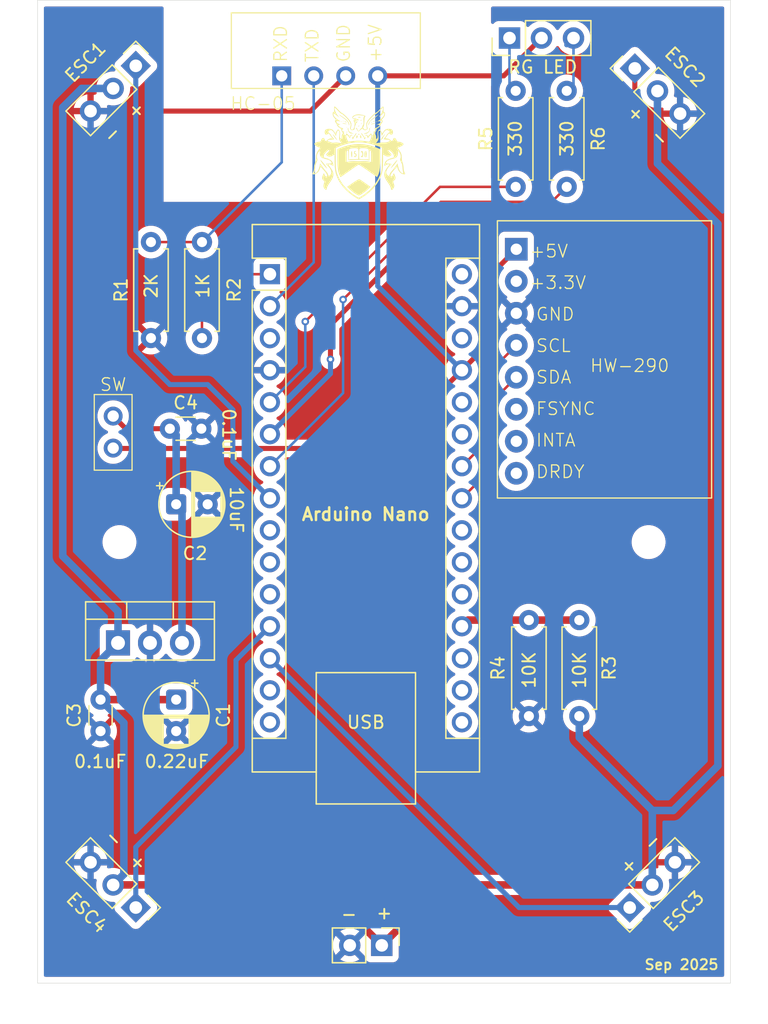
<source format=kicad_pcb>
(kicad_pcb (version 20241229) (generator "pcbnew") (generator_version "9.0")
  (layers (0 "F.Cu" signal "Front") (2 "B.Cu" signal "Back") (13 "F.Paste" user) (15 "B.Paste" user) (5 "F.SilkS" user "F.Silkscreen") (7 "B.SilkS" user "B.Silkscreen") (1 "F.Mask" user) (3 "B.Mask" user) (25 "Edge.Cuts" user))
  (net 0 "")
  (net 1 "GND")
  (net 2 "Net-(A1-D0{slash}RX)")
  (net 3 "Net-(A1-D1{slash}TX)")
  (net 4 "VCC")
  (net 5 "Net-(A1-A0)")
  (net 6 "+5V")
  (net 7 "Net-(A1-A5)")
  (net 11 "Net-(A1-D3)")
  (net 16 "Net-(A1-A4)")
  (net 20 "Net-(A1-D9)")
  (net 23 "Net-(A1-D10)")
  (net 24 "Net-(A1-D5)")
  (net 31 "Net-(SW1-A)")
  (net 32 "Net-(U8-R)")
  (net 33 "Net-(U8-G)")
  (net 34 "Net-(U6-RXD)")
  (net 35 "Net-(A1-D2)")
  (net 36 "Net-(A1-D4)")
  (footprint "Resistor_THT:R_Axial_DIN0207_L6.3mm_D2.5mm_P7.62mm_Horizontal" (layer "F.Cu") (at 133.05 83.81 90)
    (property "Reference" "R2" (at 3.81 2.55 90) (layer "F.SilkS"))
    (property "Value" "1K")
    (pad "1" thru_hole circle (at 0 0 90) (size 1.6 1.6) (drill 0.8) (layers "*.Cu" "*.Mask") (net 3 "Net-(A1-D1{slash}TX)"))
    (pad "2" thru_hole circle (at 7.62 0 90) (size 1.6 1.6) (drill 0.8) (layers "*.Cu" "*.Mask") (net 34 "Net-(U6-RXD)"))
  )
  (footprint "Capacitor_THT:C_Disc_D3.0mm_W1.6mm_P2.50mm" (layer "F.Cu") (at 125 112.5 -90)
    (property "Reference" "C3" (at 1.25 2.1 90) (layer "F.SilkS"))
    (property "Value" "0.1uF")
    (pad "1" thru_hole circle (at 0 0 270) (size 1.6 1.6) (drill 0.8) (layers "*.Cu" "*.Mask") (net 4 "VCC"))
    (pad "2" thru_hole circle (at 2.5 0 270) (size 1.6 1.6) (drill 0.8) (layers "*.Cu" "*.Mask") (net 1 "GND"))
  )
  (footprint "Resistor_THT:R_Axial_DIN0207_L6.3mm_D2.5mm_P7.62mm_Horizontal" (layer "F.Cu") (at 162 71.81 90)
    (property "Reference" "R6" (at 3.81 2.5 90) (layer "F.SilkS"))
    (property "Value" "330")
    (pad "1" thru_hole circle (at 0 0 90) (size 1.6 1.6) (drill 0.8) (layers "*.Cu" "*.Mask") (net 36 "Net-(A1-D4)"))
    (pad "2" thru_hole circle (at 7.62 0 90) (size 1.6 1.6) (drill 0.8) (layers "*.Cu" "*.Mask") (net 33 "Net-(U8-G)"))
  )
  (footprint "Package_TO_SOT_THT:TO-220-3_Vertical" (layer "F.Cu") (at 126.384887 108)
    (property "Reference" "U7" (hide yes))
    (property "Value" "L7805")
    (pad "1" thru_hole rect (at 0 0) (size 1.905 2) (drill 1.1) (layers "*.Cu" "*.Mask") (net 4 "VCC"))
    (pad "2" thru_hole oval (at 2.54 0) (size 1.905 2) (drill 1.1) (layers "*.Cu" "*.Mask") (net 1 "GND"))
    (pad "3" thru_hole oval (at 5.08 0) (size 1.905 2) (drill 1.1) (layers "*.Cu" "*.Mask") (net 31 "Net-(SW1-A)"))
  )
  (footprint "Resistor_THT:R_Axial_DIN0207_L6.3mm_D2.5mm_P7.62mm_Horizontal" (layer "F.Cu") (at 157.95 71.81 90)
    (property "Reference" "R5" (at 3.81 -2.37 90) (layer "F.SilkS"))
    (property "Value" "330")
    (pad "1" thru_hole circle (at 0 0 90) (size 1.6 1.6) (drill 0.8) (layers "*.Cu" "*.Mask") (net 35 "Net-(A1-D2)"))
    (pad "2" thru_hole circle (at 7.62 0 90) (size 1.6 1.6) (drill 0.8) (layers "*.Cu" "*.Mask") (net 32 "Net-(U8-R)"))
  )
  (footprint "Capacitor_THT:CP_Radial_D5.0mm_P2.50mm" (layer "F.Cu") (at 131 112.5 -90)
    (property "Reference" "C1" (at 1.25 -3.75 90) (layer "F.SilkS"))
    (property "Value" "0.22uF")
    (pad "1" thru_hole roundrect (at 0 0 270) (size 1.6 1.6) (drill 0.8) (layers "*.Cu" "*.Mask") (roundrect_rratio 0.15625) (net 4 "VCC"))
    (pad "2" thru_hole circle (at 2.5 0 270) (size 1.6 1.6) (drill 0.8) (layers "*.Cu" "*.Mask") (net 1 "GND"))
  )
  (footprint "LOGO" (layer "F.Cu") (at 145.5 69.1)
    (property "Reference" "G***" (hide yes))
    (property "Value" "LOGO" (hide yes))
  )
  (footprint "Connector_PinHeader_2.54mm:PinHeader_1x03_P2.54mm_Vertical" (layer "F.Cu") (at 167 129 135)
    (property "Reference" "ESC3" (at -3.252691 2.828427 45) (layer "F.SilkS"))
    (property "Value" "3-pin Header")
    (pad "1" thru_hole rect (at 0 0 135) (size 1.7 1.7) (drill 1) (layers "*.Cu" "*.Mask") (net 23 "Net-(A1-D10)"))
    (pad "2" thru_hole circle (at 0 2.54 135) (size 1.7 1.7) (drill 1) (layers "*.Cu" "*.Mask") (net 4 "VCC"))
    (pad "3" thru_hole circle (at 0 5.079999 135) (size 1.7 1.7) (drill 1) (layers "*.Cu" "*.Mask") (net 1 "GND"))
  )
  (footprint "Capacitor_THT:C_Disc_D3.0mm_W1.6mm_P2.50mm" (layer "F.Cu") (at 130.5 91)
    (property "Reference" "C4" (at 1.25 -2.05 0) (layer "F.SilkS"))
    (property "Value" "0.1uF")
    (pad "1" thru_hole circle (at 0 0) (size 1.6 1.6) (drill 0.8) (layers "*.Cu" "*.Mask") (net 31 "Net-(SW1-A)"))
    (pad "2" thru_hole circle (at 2.5 0) (size 1.6 1.6) (drill 0.8) (layers "*.Cu" "*.Mask") (net 1 "GND"))
  )
  (footprint "drone_pcb_footprints:HC-05" (layer "F.Cu") (at 141.38 68)
    (property "Reference" "HC-05" (at -3.48 -2.8 0) (layer "F.SilkS") (effects (font (thickness 0.1))))
    (property "Value" "HC-05")
    (fp_text user "TXD" (at 1 -6 90) (layer "F.SilkS") (effects (font (thickness 0.1)) (justify left bottom)))
    (fp_text user "+5V" (at 6 -6 90) (layer "F.SilkS") (effects (font (thickness 0.1)) (justify left bottom)))
    (fp_text user "GND" (at 3.5 -6 90) (layer "F.SilkS") (effects (font (thickness 0.1)) (justify left bottom)))
    (fp_text user "RXD" (at -1.5 -6 90) (layer "F.SilkS") (effects (font (thickness 0.1)) (justify left bottom)))
    (pad "1" thru_hole rect (at -2 -5) (size 1.5 1.5) (drill 0.9) (layers "*.Cu" "*.Mask") (net 34 "Net-(U6-RXD)"))
    (pad "2" thru_hole circle (at 0.54 -5) (size 1.5 1.5) (drill 0.9) (layers "*.Cu" "*.Mask") (net 2 "Net-(A1-D0{slash}RX)"))
    (pad "3" thru_hole circle (at 3.08 -5) (size 1.5 1.5) (drill 0.9) (layers "*.Cu" "*.Mask") (net 1 "GND"))
    (pad "4" thru_hole circle (at 5.62 -5) (size 1.5 1.5) (drill 0.9) (layers "*.Cu" "*.Mask") (net 6 "+5V"))
  )
  (footprint "Module:Arduino_Nano" (layer "F.Cu") (at 138.44 78.74)
    (property "Reference" "Arduino Nano" (at 7.61 19.05 0) (layer "F.SilkS") (effects (font (thickness 0.2) (bold yes))))
    (property "Value" "Arduino_Nano_v3.x")
    (fp_text user "USB" (at 7.62 35.56 0) (layer "F.SilkS"))
    (pad "1" thru_hole rect (at 0 0) (size 1.6 1.6) (drill 1) (layers "*.Cu" "*.Mask") (net 3 "Net-(A1-D1{slash}TX)"))
    (pad "2" thru_hole oval (at 0 2.54) (size 1.6 1.6) (drill 1) (layers "*.Cu" "*.Mask") (net 2 "Net-(A1-D0{slash}RX)"))
    (pad "3" thru_hole oval (at 0 5.08) (size 1.6 1.6) (drill 1) (layers "*.Cu" "*.Mask"))
    (pad "4" thru_hole oval (at 0 7.62) (size 1.6 1.6) (drill 1) (layers "*.Cu" "*.Mask") (net 1 "GND"))
    (pad "5" thru_hole oval (at 0 10.16) (size 1.6 1.6) (drill 1) (layers "*.Cu" "*.Mask") (net 35 "Net-(A1-D2)"))
    (pad "6" thru_hole oval (at 0 12.7) (size 1.6 1.6) (drill 1) (layers "*.Cu" "*.Mask") (net 11 "Net-(A1-D3)"))
    (pad "7" thru_hole oval (at 0 15.24) (size 1.6 1.6) (drill 1) (layers "*.Cu" "*.Mask") (net 36 "Net-(A1-D4)"))
    (pad "8" thru_hole oval (at 0 17.78) (size 1.6 1.6) (drill 1) (layers "*.Cu" "*.Mask") (net 24 "Net-(A1-D5)"))
    (pad "9" thru_hole oval (at 0 20.32) (size 1.6 1.6) (drill 1) (layers "*.Cu" "*.Mask"))
    (pad "10" thru_hole oval (at 0 22.86) (size 1.6 1.6) (drill 1) (layers "*.Cu" "*.Mask"))
    (pad "11" thru_hole oval (at 0 25.4) (size 1.6 1.6) (drill 1) (layers "*.Cu" "*.Mask"))
    (pad "12" thru_hole oval (at 0 27.94) (size 1.6 1.6) (drill 1) (layers "*.Cu" "*.Mask") (net 20 "Net-(A1-D9)"))
    (pad "13" thru_hole oval (at 0 30.48) (size 1.6 1.6) (drill 1) (layers "*.Cu" "*.Mask") (net 23 "Net-(A1-D10)"))
    (pad "14" thru_hole oval (at 0 33.02) (size 1.6 1.6) (drill 1) (layers "*.Cu" "*.Mask"))
    (pad "15" thru_hole oval (at 0 35.56) (size 1.6 1.6) (drill 1) (layers "*.Cu" "*.Mask"))
    (pad "16" thru_hole oval (at 15.24 35.56) (size 1.6 1.6) (drill 1) (layers "*.Cu" "*.Mask"))
    (pad "17" thru_hole oval (at 15.24 33.02) (size 1.6 1.6) (drill 1) (layers "*.Cu" "*.Mask"))
    (pad "18" thru_hole oval (at 15.24 30.48) (size 1.6 1.6) (drill 1) (layers "*.Cu" "*.Mask"))
    (pad "19" thru_hole oval (at 15.24 27.94) (size 1.6 1.6) (drill 1) (layers "*.Cu" "*.Mask") (net 5 "Net-(A1-A0)"))
    (pad "20" thru_hole oval (at 15.24 25.4) (size 1.6 1.6) (drill 1) (layers "*.Cu" "*.Mask"))
    (pad "21" thru_hole oval (at 15.24 22.86) (size 1.6 1.6) (drill 1) (layers "*.Cu" "*.Mask"))
    (pad "22" thru_hole oval (at 15.24 20.32) (size 1.6 1.6) (drill 1) (layers "*.Cu" "*.Mask"))
    (pad "23" thru_hole oval (at 15.24 17.78) (size 1.6 1.6) (drill 1) (layers "*.Cu" "*.Mask") (net 16 "Net-(A1-A4)"))
    (pad "24" thru_hole oval (at 15.24 15.24) (size 1.6 1.6) (drill 1) (layers "*.Cu" "*.Mask") (net 7 "Net-(A1-A5)"))
    (pad "25" thru_hole oval (at 15.24 12.7) (size 1.6 1.6) (drill 1) (layers "*.Cu" "*.Mask"))
    (pad "26" thru_hole oval (at 15.24 10.16) (size 1.6 1.6) (drill 1) (layers "*.Cu" "*.Mask"))
    (pad "27" thru_hole oval (at 15.24 7.62) (size 1.6 1.6) (drill 1) (layers "*.Cu" "*.Mask") (net 6 "+5V"))
    (pad "28" thru_hole oval (at 15.24 5.08) (size 1.6 1.6) (drill 1) (layers "*.Cu" "*.Mask"))
    (pad "29" thru_hole oval (at 15.24 2.54) (size 1.6 1.6) (drill 1) (layers "*.Cu" "*.Mask") (net 1 "GND"))
    (pad "30" thru_hole oval (at 15.24 0) (size 1.6 1.6) (drill 1) (layers "*.Cu" "*.Mask"))
  )
  (footprint "Connector_PinHeader_2.54mm:PinHeader_1x03_P2.54mm_Vertical" (layer "F.Cu") (at 167.407898 62.407898 45)
    (property "Reference" "ESC2" (at 2.899138 2.746547 135) (layer "F.SilkS"))
    (property "Value" "3-pin Header" (hide yes))
    (pad "1" thru_hole rect (at 0 0 45) (size 1.7 1.7) (drill 1) (layers "*.Cu" "*.Mask") (net 11 "Net-(A1-D3)"))
    (pad "2" thru_hole circle (at 0 2.54 45) (size 1.7 1.7) (drill 1) (layers "*.Cu" "*.Mask") (net 4 "VCC"))
    (pad "3" thru_hole circle (at 0 5.079999 45) (size 1.7 1.7) (drill 1) (layers "*.Cu" "*.Mask") (net 1 "GND"))
  )
  (footprint "MountingHole:MountingHole_2.2mm_M2" (layer "F.Cu") (at 168.5 100)
    (property "Reference" "REF**" (hide yes))
    (property "Value" "MountingHole_2.2mm_M2")
    (pad "" np_thru_hole circle (at 0 0) (size 2.2 2.2) (drill 2.2) (layers "*.Cu" "*.Mask"))
  )
  (footprint "drone_pcb_footprints:HW-290" (layer "F.Cu") (at 167 84 -90)
    (property "Reference" "HW-290" (at 2 0 0) (layer "F.SilkS") (effects (font (thickness 0.1))))
    (property "Value" "HW-290")
    (fp_text user "INTA" (at 8.5 7.5 0) (layer "F.SilkS") (effects (font (thickness 0.1)) (justify left bottom)))
    (fp_text user "SDA" (at 3.5 7.5 0) (layer "F.SilkS") (effects (font (thickness 0.1)) (justify left bottom)))
    (fp_text user "+3.3V" (at -4 8 0) (layer "F.SilkS") (effects (font (thickness 0.1)) (justify left bottom)))
    (fp_text user "DRDY" (at 11 7.5 0) (layer "F.SilkS") (effects (font (thickness 0.1)) (justify left bottom)))
    (fp_text user "FSYNC" (at 6 7.5 0) (layer "F.SilkS") (effects (font (thickness 0.1)) (justify left bottom)))
    (fp_text user "SCL" (at 1 7.5 0) (layer "F.SilkS") (effects (font (thickness 0.1)) (justify left bottom)))
    (fp_text user "GND" (at -1.5 7.5 0) (layer "F.SilkS") (effects (font (thickness 0.1)) (justify left bottom)))
    (fp_text user "+5V" (at -6.5 8 0) (layer "F.SilkS") (effects (font (thickness 0.1)) (justify left bottom)))
    (pad "1" thru_hole rect (at -7.24 9 270) (size 1.8 1.8) (drill 0.9) (layers "*.Cu" "*.Mask") (net 6 "+5V"))
    (pad "2" thru_hole circle (at -4.7 9 270) (size 1.8 1.8) (drill 0.9) (layers "*.Cu" "*.Mask"))
    (pad "3" thru_hole circle (at -2.16 9 270) (size 1.8 1.8) (drill 0.9) (layers "*.Cu" "*.Mask") (net 1 "GND"))
    (pad "4" thru_hole circle (at 0.38 9 270) (size 1.8 1.8) (drill 0.9) (layers "*.Cu" "*.Mask") (net 7 "Net-(A1-A5)"))
    (pad "5" thru_hole circle (at 2.92 9 270) (size 1.8 1.8) (drill 0.9) (layers "*.Cu" "*.Mask") (net 16 "Net-(A1-A4)"))
    (pad "6" thru_hole circle (at 5.46 9 270) (size 1.8 1.8) (drill 0.9) (layers "*.Cu" "*.Mask"))
    (pad "7" thru_hole circle (at 8 9 270) (size 1.8 1.8) (drill 0.9) (layers "*.Cu" "*.Mask"))
    (pad "8" thru_hole circle (at 10.54 9 270) (size 1.8 1.8) (drill 0.9) (layers "*.Cu" "*.Mask"))
  )
  (footprint "drone_pcb_footprints:SW_reg5v" (layer "F.Cu") (at 126 91.25 -90)
    (property "Reference" "SW" (at -3.75 0 0) (layer "F.SilkS") (effects (font (thickness 0.1))))
    (property "Value" "SW_SPST")
    (pad "1" thru_hole circle (at -1.25 0 270) (size 1.5 1.5) (drill 0.9) (layers "*.Cu" "*.Mask") (net 31 "Net-(SW1-A)"))
    (pad "2" thru_hole circle (at 1.29 0 270) (size 1.5 1.5) (drill 0.9) (layers "*.Cu" "*.Mask") (net 6 "+5V"))
  )
  (footprint "Resistor_THT:R_Axial_DIN0207_L6.3mm_D2.5mm_P7.62mm_Horizontal" (layer "F.Cu") (at 159 106.19 -90)
    (property "Reference" "R4" (at 3.81 2.45 90) (layer "F.SilkS"))
    (property "Value" "10K")
    (pad "1" thru_hole circle (at 0 0 270) (size 1.6 1.6) (drill 0.8) (layers "*.Cu" "*.Mask") (net 5 "Net-(A1-A0)"))
    (pad "2" thru_hole circle (at 7.62 0 270) (size 1.6 1.6) (drill 0.8) (layers "*.Cu" "*.Mask") (net 1 "GND"))
  )
  (footprint "Resistor_THT:R_Axial_DIN0207_L6.3mm_D2.5mm_P7.62mm_Horizontal" (layer "F.Cu") (at 129 83.81 90)
    (property "Reference" "R1" (at 3.81 -2.37 90) (layer "F.SilkS"))
    (property "Value" "2K")
    (pad "1" thru_hole circle (at 0 0 90) (size 1.6 1.6) (drill 0.8) (layers "*.Cu" "*.Mask") (net 1 "GND"))
    (pad "2" thru_hole circle (at 7.62 0 90) (size 1.6 1.6) (drill 0.8) (layers "*.Cu" "*.Mask") (net 34 "Net-(U6-RXD)"))
  )
  (footprint "MountingHole:MountingHole_2.2mm_M2" (layer "F.Cu") (at 126.5 100)
    (property "Reference" "REF**" (hide yes))
    (property "Value" "MountingHole_2.2mm_M2")
    (pad "" np_thru_hole circle (at 0 0) (size 2.2 2.2) (drill 2.2) (layers "*.Cu" "*.Mask"))
  )
  (footprint "Connector_PinHeader_2.54mm:PinHeader_1x02_P2.54mm_Vertical" (layer "F.Cu") (at 147.32 132 -90)
    (property "Reference" "J1" (hide yes))
    (property "Value" "Conn_01x02_Pin")
    (pad "1" thru_hole rect (at 0 0 270) (size 1.7 1.7) (drill 1) (layers "*.Cu" "*.Mask") (net 4 "VCC"))
    (pad "2" thru_hole circle (at 0 2.54 270) (size 1.7 1.7) (drill 1) (layers "*.Cu" "*.Mask") (net 1 "GND"))
  )
  (footprint "Resistor_THT:R_Axial_DIN0207_L6.3mm_D2.5mm_P7.62mm_Horizontal" (layer "F.Cu") (at 163 106.19 -90)
    (property "Reference" "R3" (at 3.81 -2.37 90) (layer "F.SilkS"))
    (property "Value" "10K")
    (pad "1" thru_hole circle (at 0 0 270) (size 1.6 1.6) (drill 0.8) (layers "*.Cu" "*.Mask") (net 5 "Net-(A1-A0)"))
    (pad "2" thru_hole circle (at 7.62 0 270) (size 1.6 1.6) (drill 0.8) (layers "*.Cu" "*.Mask") (net 4 "VCC"))
  )
  (footprint "Connector_PinHeader_2.54mm:PinHeader_1x03_P2.54mm_Vertical" (layer "F.Cu") (at 127.796051 129 -135)
    (property "Reference" "ESC4" (at 3.037767 2.472081 315) (layer "F.SilkS"))
    (property "Value" "3-pin Header")
    (pad "1" thru_hole rect (at 0 0 225) (size 1.7 1.7) (drill 1) (layers "*.Cu" "*.Mask") (net 20 "Net-(A1-D9)"))
    (pad "2" thru_hole circle (at 0 2.54 225) (size 1.7 1.7) (drill 1) (layers "*.Cu" "*.Mask") (net 4 "VCC"))
    (pad "3" thru_hole circle (at 0 5.079999 225) (size 1.7 1.7) (drill 1) (layers "*.Cu" "*.Mask") (net 1 "GND"))
  )
  (footprint "Capacitor_THT:CP_Radial_D5.0mm_P2.50mm" (layer "F.Cu") (at 131 97)
    (property "Reference" "C2" (at 1.5 3.9 0) (layer "F.SilkS"))
    (property "Value" "10uF" (hide yes))
    (pad "1" thru_hole roundrect (at 0 0) (size 1.6 1.6) (drill 0.8) (layers "*.Cu" "*.Mask") (roundrect_rratio 0.15625) (net 31 "Net-(SW1-A)"))
    (pad "2" thru_hole circle (at 2.5 0) (size 1.6 1.6) (drill 0.8) (layers "*.Cu" "*.Mask") (net 1 "GND"))
  )
  (footprint "Connector_PinHeader_2.54mm:PinHeader_1x03_P2.54mm_Vertical" (layer "F.Cu") (at 127.796051 62.203949 -45)
    (property "Reference" "ESC1" (at -3.040559 2.61071 45) (layer "F.SilkS"))
    (property "Value" "3-pin Header" (hide yes))
    (pad "1" thru_hole rect (at 0 0 315) (size 1.7 1.7) (drill 1) (layers "*.Cu" "*.Mask") (net 24 "Net-(A1-D5)"))
    (pad "2" thru_hole circle (at 0 2.54 315) (size 1.7 1.7) (drill 1) (layers "*.Cu" "*.Mask") (net 4 "VCC"))
    (pad "3" thru_hole circle (at 0 5.079999 315) (size 1.7 1.7) (drill 1) (layers "*.Cu" "*.Mask") (net 1 "GND"))
  )
  (footprint "Connector_PinHeader_2.54mm:PinHeader_1x03_P2.54mm_Vertical" (layer "F.Cu") (at 157.46 60 90)
    (property "Reference" "RG LED" (at -2.3 2.64 0) (layer "F.SilkS"))
    (property "Value" "RG LED")
    (pad "1" thru_hole rect (at 0 0 90) (size 1.7 1.7) (drill 1) (layers "*.Cu" "*.Mask") (net 32 "Net-(U8-R)"))
    (pad "2" thru_hole circle (at 0 2.54 90) (size 1.7 1.7) (drill 1) (layers "*.Cu" "*.Mask") (net 6 "+5V"))
    (pad "3" thru_hole circle (at 0 5.08 90) (size 1.7 1.7) (drill 1) (layers "*.Cu" "*.Mask") (net 33 "Net-(U8-G)"))
  )
  (gr_rect (start 120 57) (end 175 135) (stroke (width 0.0381)) (fill no) (layer "Edge.Cuts"))
  (gr_text "-" (at 168.7 124.7 45) (layer "F.SilkS") (effects (font (size 1 1) (thickness 0.1524) (bold yes)) (justify left bottom)))
  (gr_text "330" (at 162.6 69.5 90) (layer "F.SilkS") (effects (font (size 1 1) (thickness 0.1524) (bold yes)) (justify left bottom)))
  (gr_text "10K" (at 163.6 111.7 90) (layer "F.SilkS") (effects (font (size 1 1) (thickness 0.1524) (bold yes)) (justify left bottom)))
  (gr_text "10K" (at 159.6 111.7 90) (layer "F.SilkS") (effects (font (size 1 1) (thickness 0.1524) (bold yes)) (justify left bottom)))
  (gr_text "+" (at 128 64.9 225) (layer "F.SilkS") (effects (font (size 1 1) (thickness 0.1524) (bold yes)) (justify left bottom)))
  (gr_text "+" (at 128.8 125.6 135) (layer "F.SilkS") (effects (font (size 1 1) (thickness 0.1524) (bold yes)) (justify left bottom)))
  (gr_text "+" (at 166.6 65.9 315) (layer "F.SilkS") (effects (font (size 1 1) (thickness 0.1524) (bold yes)) (justify left bottom)))
  (gr_text "1K" (at 133.7 80.738094 90) (layer "F.SilkS") (effects (font (size 1 1) (thickness 0.1524) (bold yes)) (justify left bottom)))
  (gr_text "-" (at 126.1 66.8 225) (layer "F.SilkS") (effects (font (size 1 1) (thickness 0.1524) (bold yes)) (justify left bottom)))
  (gr_text "+" (at 146.8 130 0) (layer "F.SilkS") (effects (font (size 1 1) (thickness 0.1524) (bold yes)) (justify left bottom)))
  (gr_text "10uF" (at 135.2 95.5 270) (layer "F.SilkS") (effects (font (size 1 1) (thickness 0.1524) (bold yes)) (justify left bottom)))
  (gr_text "330" (at 158.5 69.5 90) (layer "F.SilkS") (effects (font (size 1 1) (thickness 0.1524) (bold yes)) (justify left bottom)))
  (gr_text "0.1uF" (at 134.6 89.3 270) (layer "F.SilkS") (effects (font (size 1 1) (thickness 0.1524) (bold yes)) (justify left bottom)))
  (gr_text "-" (at 144 130.1 0) (layer "F.SilkS") (effects (font (size 1 1) (thickness 0.1524) (bold yes)) (justify left bottom)))
  (gr_text "-" (at 126.9 123.7 135) (layer "F.SilkS") (effects (font (size 1 1) (thickness 0.1524) (bold yes)) (justify left bottom)))
  (gr_text "-" (at 168.5 67.8 315) (layer "F.SilkS") (effects (font (size 1 1) (thickness 0.1524) (bold yes)) (justify left bottom)))
  (gr_text "0.22uF" (at 128.4 118 0) (layer "F.SilkS") (effects (font (size 1 1) (thickness 0.1524) (bold yes)) (justify left bottom)))
  (gr_text "0.1uF" (at 122.8 118 0) (layer "F.SilkS") (effects (font (size 1 1) (thickness 0.1524) (bold yes)) (justify left bottom)))
  (gr_text "Sep 2025" (at 168.1 134 0) (layer "F.SilkS") (effects (font (size 0.8 0.8) (thickness 0.1524) (bold yes)) (justify left bottom)))
  (gr_text "2K" (at 129.6 80.738094 90) (layer "F.SilkS") (effects (font (size 1 1) (thickness 0.1524) (bold yes)) (justify left bottom)))
  (gr_text "+" (at 166.8 126.6 45) (layer "F.SilkS") (effects (font (size 1 1) (thickness 0.1524) (bold yes)) (justify left bottom)))
  (segment (start 141.663949 65.796051) (end 144.46 63) (width 0.4) (layer "F.Cu") (net 1))
  (segment (start 124.203949 65.796051) (end 141.663949 65.796051) (width 0.4) (layer "F.Cu") (net 1))
  (segment (start 141.92 63) (end 141.92 77.8) (width 0.2) (layer "B.Cu") (net 2))
  (segment (start 141.92 77.8) (end 138.44 81.28) (width 0.2) (layer "B.Cu") (net 2))
  (segment (start 133.05 81.45) (end 135.76 78.74) (width 0.2) (layer "F.Cu") (net 3))
  (segment (start 135.76 78.74) (end 138.44 78.74) (width 0.2) (layer "F.Cu") (net 3))
  (segment (start 133.05 83.81) (end 133.05 81.45) (width 0.2) (layer "F.Cu") (net 3))
  (segment (start 152.116051 127.203949) (end 168.796051 127.203949) (width 0.6) (layer "F.Cu") (net 4))
  (segment (start 142.523949 127.203949) (end 126 127.203949) (width 0.6) (layer "F.Cu") (net 4))
  (segment (start 125 112.5) (end 131 112.5) (width 0.6) (layer "F.Cu") (net 4))
  (segment (start 147.32 132) (end 152.116051 127.203949) (width 0.6) (layer "F.Cu") (net 4))
  (segment (start 147.32 132) (end 142.523949 127.203949) (width 0.6) (layer "F.Cu") (net 4))
  (segment (start 168.796051 127.203949) (end 168.796051 121.296051) (width 0.6) (layer "B.Cu") (net 4))
  (segment (start 125 109.384887) (end 126.384887 108) (width 0.6) (layer "B.Cu") (net 4))
  (segment (start 168.796051 121.296051) (end 170.453949 121.296051) (width 0.6) (layer "B.Cu") (net 4))
  (segment (start 168.796051 121.296051) (end 163 115.5) (width 0.6) (layer "B.Cu") (net 4))
  (segment (start 126 127.203949) (end 126.85 126.353949) (width 0.6) (layer "B.Cu") (net 4))
  (segment (start 122 101.115113) (end 122 65.5) (width 0.6) (layer "B.Cu") (net 4))
  (segment (start 163 115.5) (end 163 113.81) (width 0.6) (layer "B.Cu") (net 4))
  (segment (start 169.203949 69.953949) (end 169.203949 64.203949) (width 0.6) (layer "B.Cu") (net 4))
  (segment (start 126.384887 105.5) (end 122 101.115113) (width 0.6) (layer "B.Cu") (net 4))
  (segment (start 174 74.75) (end 169.203949 69.953949) (width 0.6) (layer "B.Cu") (net 4))
  (segment (start 174 117.75) (end 174 74.75) (width 0.6) (layer "B.Cu") (net 4))
  (segment (start 126.85 126.353949) (end 126.85 114.35) (width 0.6) (layer "B.Cu") (net 4))
  (segment (start 170.453949 121.296051) (end 174 117.75) (width 0.6) (layer "B.Cu") (net 4))
  (segment (start 123.5 64) (end 126 64) (width 0.6) (layer "B.Cu") (net 4))
  (segment (start 126.85 114.35) (end 125 112.5) (width 0.6) (layer "B.Cu") (net 4))
  (segment (start 126.384887 108) (end 126.384887 105.5) (width 0.6) (layer "B.Cu") (net 4))
  (segment (start 122 65.5) (end 123.5 64) (width 0.6) (layer "B.Cu") (net 4))
  (segment (start 125 112.5) (end 125 109.384887) (width 0.6) (layer "B.Cu") (net 4))
  (segment (start 163 106.19) (end 158.95 106.19) (width 0.6) (layer "F.Cu") (net 5))
  (segment (start 154.17 106.19) (end 153.68 106.68) (width 0.6) (layer "F.Cu") (net 5))
  (segment (start 158.95 106.19) (end 154.17 106.19) (width 0.6) (layer "F.Cu") (net 5))
  (segment (start 157 63) (end 160 60) (width 0.4) (layer "F.Cu") (net 6))
  (segment (start 147.472 92.568) (end 153.68 86.36) (width 0.4) (layer "F.Cu") (net 6))
  (segment (start 147 63) (end 157 63) (width 0.4) (layer "F.Cu") (net 6))
  (segment (start 126 92.54) (end 126.028 92.568) (width 0.4) (layer "F.Cu") (net 6))
  (segment (start 126.028 92.568) (end 147.472 92.568) (width 0.4) (layer "F.Cu") (net 6))
  (segment (start 156 84.04) (end 156 78.76) (width 0.4) (layer "F.Cu") (net 6))
  (segment (start 156 78.76) (end 158 76.76) (width 0.4) (layer "F.Cu") (net 6))
  (segment (start 153.68 86.36) (end 156 84.04) (width 0.4) (layer "F.Cu") (net 6))
  (segment (start 147 79.68) (end 147 63) (width 0.4) (layer "B.Cu") (net 6))
  (segment (start 153.68 86.36) (end 147 79.68) (width 0.4) (layer "B.Cu") (net 6))
  (segment (start 155.5 86.88) (end 158 84.38) (width 0.2) (layer "F.Cu") (net 7))
  (segment (start 155.5 92.16) (end 155.5 86.88) (width 0.2) (layer "F.Cu") (net 7))
  (segment (start 153.68 93.98) (end 155.5 92.16) (width 0.2) (layer "F.Cu") (net 7))
  (segment (start 164.5 74) (end 167.407898 71.092102) (width 0.4) (layer "F.Cu") (net 11))
  (segment (start 143.25 82.75) (end 152 74) (width 0.4) (layer "F.Cu") (net 11))
  (segment (start 167.407898 71.092102) (end 167.407898 62.407898) (width 0.4) (layer "F.Cu") (net 11))
  (segment (start 152 74) (end 164.5 74) (width 0.4) (layer "F.Cu") (net 11))
  (segment (start 143.25 85.5) (end 143.25 82.75) (width 0.4) (layer "F.Cu") (net 11))
  (via (at 143.25 85.5) (size 0.6) (drill 0.3) (layers "F.Cu" "B.Cu") (net 11))
  (segment (start 143.25 86.63) (end 138.44 91.44) (width 0.4) (layer "B.Cu") (net 11))
  (segment (start 143.25 85.5) (end 143.25 86.63) (width 0.4) (layer "B.Cu") (net 11))
  (segment (start 153.68 96.52) (end 156 94.2) (width 0.2) (layer "F.Cu") (net 16))
  (segment (start 156 94.2) (end 156 88.92) (width 0.2) (layer "F.Cu") (net 16))
  (segment (start 156 88.92) (end 158 86.92) (width 0.2) (layer "F.Cu") (net 16))
  (segment (start 127.796051 129) (end 127.796051 124.203949) (width 0.4) (layer "B.Cu") (net 20))
  (segment (start 135.75 116.25) (end 135.75 109.37) (width 0.4) (layer "B.Cu") (net 20))
  (segment (start 127.796051 124.203949) (end 135.75 116.25) (width 0.4) (layer "B.Cu") (net 20))
  (segment (start 135.75 109.37) (end 138.44 106.68) (width 0.4) (layer "B.Cu") (net 20))
  (segment (start 158.22 129) (end 138.44 109.22) (width 0.4) (layer "B.Cu") (net 23))
  (segment (start 167 129) (end 158.22 129) (width 0.4) (layer "B.Cu") (net 23))
  (segment (start 138.44 96.44) (end 138.44 96.52) (width 0.4) (layer "F.Cu") (net 24))
  (segment (start 135.5 89.5) (end 135.5 93.58) (width 0.4) (layer "B.Cu") (net 24))
  (segment (start 135.5 93.58) (end 138.44 96.52) (width 0.4) (layer "B.Cu") (net 24))
  (segment (start 133.5 87.5) (end 135.5 89.5) (width 0.4) (layer "B.Cu") (net 24))
  (segment (start 127.796051 62.203949) (end 127.796051 84.796051) (width 0.4) (layer "B.Cu") (net 24))
  (segment (start 130.5 87.5) (end 133.5 87.5) (width 0.4) (layer "B.Cu") (net 24))
  (segment (start 127.796051 84.796051) (end 130.5 87.5) (width 0.4) (layer "B.Cu") (net 24))
  (segment (start 130.5 91) (end 127 91) (width 0.4) (layer "F.Cu") (net 31))
  (segment (start 127 91) (end 126 90) (width 0.4) (layer "F.Cu") (net 31))
  (segment (start 131 91.5) (end 130.5 91) (width 0.6) (layer "B.Cu") (net 31))
  (segment (start 131 97) (end 131 91.5) (width 0.6) (layer "B.Cu") (net 31))
  (segment (start 131.464887 108) (end 131.464887 97.464887) (width 0.6) (layer "B.Cu") (net 31))
  (segment (start 131.464887 97.464887) (end 131 97) (width 0.6) (layer "B.Cu") (net 31))
  (segment (start 157.46 60) (end 157.46 63.7) (width 0.2) (layer "B.Cu") (net 32))
  (segment (start 157.95 60.49) (end 157.46 60) (width 0.4) (layer "B.Cu") (net 32))
  (segment (start 157.46 63.7) (end 157.95 64.19) (width 0.2) (layer "B.Cu") (net 32))
  (segment (start 162 60.54) (end 162.54 60) (width 0.4) (layer "B.Cu") (net 33))
  (segment (start 162.54 60) (end 162.54 63.65) (width 0.2) (layer "B.Cu") (net 33))
  (segment (start 162.54 63.65) (end 162 64.19) (width 0.2) (layer "B.Cu") (net 33))
  (segment (start 133.05 76.19) (end 129 76.19) (width 0.2) (layer "F.Cu") (net 34))
  (segment (start 139.38 69.86) (end 133.05 76.19) (width 0.2) (layer "B.Cu") (net 34))
  (segment (start 139.38 63) (end 139.38 69.86) (width 0.2) (layer "B.Cu") (net 34))
  (segment (start 151.94 71.81) (end 141.25 82.5) (width 0.2) (layer "F.Cu") (net 35))
  (segment (start 157.95 71.81) (end 151.94 71.81) (width 0.2) (layer "F.Cu") (net 35))
  (via (at 141.25 82.5) (size 0.6) (drill 0.3) (layers "F.Cu" "B.Cu") (net 35))
  (segment (start 141.25 86.09) (end 138.44 88.9) (width 0.2) (layer "B.Cu") (net 35))
  (segment (start 141.25 82.5) (end 141.25 86.09) (width 0.2) (layer "B.Cu") (net 35))
  (segment (start 160.81 73) (end 152 73) (width 0.2) (layer "F.Cu") (net 36))
  (segment (start 152 73) (end 144.25 80.75) (width 0.2) (layer "F.Cu") (net 36))
  (segment (start 162 71.81) (end 160.81 73) (width 0.2) (layer "F.Cu") (net 36))
  (via (at 144.25 80.75) (size 0.6) (drill 0.3) (layers "F.Cu" "B.Cu") (net 36))
  (segment (start 144.25 88.17) (end 138.44 93.98) (width 0.2) (layer "B.Cu") (net 36))
  (segment (start 144.25 80.75) (end 144.25 88.17) (width 0.2) (layer "B.Cu") (net 36))
  (zone (net 1) (net_name "GND") (layers "F.Cu" "B.Cu") (connect_pads (clearance 0.5)) (min_thickness 0.25) (fill yes (thermal_gap 0.5) (thermal_bridge_width 0.5))
    (polygon (pts (xy 120 57) (xy 120 135) (xy 175 135) (xy 175 57)))
  )
  (zone (net 0) (net_name "") (layers "F.Cu" "B.Cu") (connect_pads (clearance 0)) (min_thickness 0.25)
    (keepout (tracks allowed) (vias allowed) (pads allowed) (copperpour not_allowed) (footprints allowed))
    (fill (thermal_gap 0.5) (thermal_bridge_width 0.5))
    (polygon (pts (xy 130 57) (xy 130 73) (xy 156 73) (xy 156 57)))
  )
)
</source>
